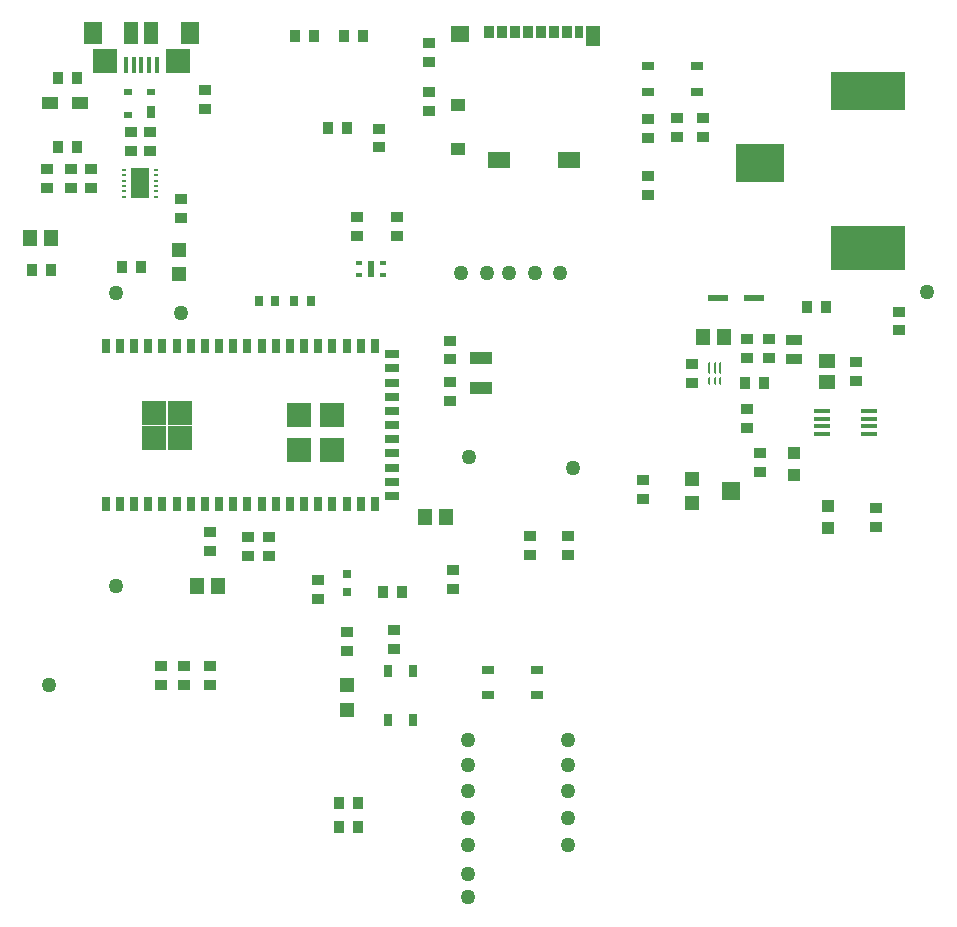
<source format=gtp>
G04*
G04 #@! TF.GenerationSoftware,Altium Limited,Altium Designer,21.1.1 (26)*
G04*
G04 Layer_Color=8421504*
%FSLAX25Y25*%
%MOIN*%
G70*
G04*
G04 #@! TF.SameCoordinates,BA33E46C-C8C0-473A-8748-ADA81A7699FD*
G04*
G04*
G04 #@! TF.FilePolarity,Positive*
G04*
G01*
G75*
%ADD22R,0.01968X0.05512*%
%ADD23R,0.02165X0.01378*%
%ADD24R,0.02165X0.01378*%
%ADD25R,0.04134X0.02559*%
%ADD26R,0.03937X0.03543*%
%ADD27R,0.15984X0.12992*%
%ADD28R,0.25000X0.15000*%
%ADD29R,0.25000X0.12992*%
%ADD30C,0.05000*%
%ADD31R,0.04528X0.05709*%
%ADD32R,0.07874X0.07874*%
%ADD33R,0.04724X0.02756*%
%ADD34R,0.02756X0.04724*%
%ADD35R,0.03543X0.03937*%
%ADD36R,0.06890X0.02362*%
%ADD37R,0.04724X0.04724*%
%ADD38R,0.05906X0.06299*%
%ADD39R,0.04724X0.04724*%
%ADD40R,0.04331X0.04331*%
%ADD41R,0.05709X0.04528*%
%ADD42R,0.05315X0.03740*%
%ADD43R,0.02756X0.03543*%
%ADD44R,0.02559X0.04134*%
%ADD45R,0.01575X0.05315*%
%ADD46R,0.08268X0.07874*%
%ADD47R,0.06299X0.07480*%
%ADD48R,0.04724X0.07480*%
%ADD49R,0.05315X0.01772*%
G04:AMPARAMS|DCode=50|XSize=23.62mil|YSize=9.84mil|CornerRadius=2.46mil|HoleSize=0mil|Usage=FLASHONLY|Rotation=90.000|XOffset=0mil|YOffset=0mil|HoleType=Round|Shape=RoundedRectangle|*
%AMROUNDEDRECTD50*
21,1,0.02362,0.00492,0,0,90.0*
21,1,0.01870,0.00984,0,0,90.0*
1,1,0.00492,0.00246,0.00935*
1,1,0.00492,0.00246,-0.00935*
1,1,0.00492,-0.00246,-0.00935*
1,1,0.00492,-0.00246,0.00935*
%
%ADD50ROUNDEDRECTD50*%
G04:AMPARAMS|DCode=51|XSize=39.37mil|YSize=7.87mil|CornerRadius=1.97mil|HoleSize=0mil|Usage=FLASHONLY|Rotation=90.000|XOffset=0mil|YOffset=0mil|HoleType=Round|Shape=RoundedRectangle|*
%AMROUNDEDRECTD51*
21,1,0.03937,0.00394,0,0,90.0*
21,1,0.03543,0.00787,0,0,90.0*
1,1,0.00394,0.00197,0.01772*
1,1,0.00394,0.00197,-0.01772*
1,1,0.00394,-0.00197,-0.01772*
1,1,0.00394,-0.00197,0.01772*
%
%ADD51ROUNDEDRECTD51*%
%ADD52R,0.06299X0.09843*%
%ADD53R,0.01575X0.00984*%
%ADD54R,0.05512X0.03937*%
%ADD55R,0.07480X0.04331*%
%ADD56R,0.03150X0.03150*%
%ADD57R,0.02756X0.02362*%
%ADD58R,0.02756X0.03937*%
%ADD59R,0.07480X0.05315*%
%ADD60R,0.04724X0.03937*%
%ADD61R,0.06102X0.05315*%
%ADD62R,0.03347X0.04331*%
%ADD63R,0.02953X0.04331*%
%ADD64R,0.04606X0.07087*%
D22*
X120472Y226772D02*
D03*
D23*
X116437Y228740D02*
D03*
D24*
Y224803D02*
D03*
X124508D02*
D03*
Y228740D02*
D03*
D25*
X175886Y93209D02*
D03*
X159547D02*
D03*
Y84744D02*
D03*
X175886D02*
D03*
X212697Y285925D02*
D03*
X229035D02*
D03*
Y294390D02*
D03*
X212697D02*
D03*
D26*
X186221Y137795D02*
D03*
Y131496D02*
D03*
X86614Y137402D02*
D03*
Y131102D02*
D03*
X211024Y156299D02*
D03*
Y150000D02*
D03*
X146850Y196653D02*
D03*
Y202953D02*
D03*
X296457Y212598D02*
D03*
Y206299D02*
D03*
X282283Y189370D02*
D03*
Y195669D02*
D03*
X147872Y120000D02*
D03*
Y126299D02*
D03*
X245866Y180020D02*
D03*
Y173721D02*
D03*
X50394Y94488D02*
D03*
Y88189D02*
D03*
X58268Y88189D02*
D03*
Y94488D02*
D03*
X66929Y94488D02*
D03*
Y88189D02*
D03*
X129134Y244094D02*
D03*
Y237795D02*
D03*
X123228Y273622D02*
D03*
Y267323D02*
D03*
X66929Y139150D02*
D03*
Y132850D02*
D03*
X79528Y137402D02*
D03*
Y131102D02*
D03*
X128093Y106299D02*
D03*
Y100000D02*
D03*
X112598Y99606D02*
D03*
Y105905D02*
D03*
X115748Y244094D02*
D03*
Y237795D02*
D03*
X146850Y188976D02*
D03*
Y182677D02*
D03*
X102857Y116746D02*
D03*
Y123045D02*
D03*
X173622Y137795D02*
D03*
Y131496D02*
D03*
X253000Y197244D02*
D03*
Y203543D02*
D03*
X245866D02*
D03*
Y197244D02*
D03*
X250197Y159055D02*
D03*
Y165354D02*
D03*
X212992Y276772D02*
D03*
Y270472D02*
D03*
X222441Y270866D02*
D03*
Y277165D02*
D03*
X231102Y277165D02*
D03*
Y270866D02*
D03*
X212992Y257874D02*
D03*
Y251575D02*
D03*
X288976Y147244D02*
D03*
Y140945D02*
D03*
X227559Y195260D02*
D03*
Y188961D02*
D03*
X139764Y301969D02*
D03*
Y295669D02*
D03*
X20472Y260236D02*
D03*
Y253937D02*
D03*
X57087Y250000D02*
D03*
Y243701D02*
D03*
X65136Y280228D02*
D03*
Y286528D02*
D03*
X12598Y253937D02*
D03*
Y260236D02*
D03*
X27165Y253937D02*
D03*
Y260236D02*
D03*
X139764Y279472D02*
D03*
Y285771D02*
D03*
X40400Y272328D02*
D03*
Y266028D02*
D03*
X46900D02*
D03*
Y272328D02*
D03*
D27*
X250197Y262047D02*
D03*
D28*
X286181Y233740D02*
D03*
D29*
Y286063D02*
D03*
D30*
X305906Y218981D02*
D03*
X186221Y34646D02*
D03*
Y43701D02*
D03*
Y52756D02*
D03*
X13000Y88189D02*
D03*
X186221Y69685D02*
D03*
X153150Y164218D02*
D03*
X187795Y160614D02*
D03*
X152756Y17323D02*
D03*
Y69685D02*
D03*
X183465Y225590D02*
D03*
X159055D02*
D03*
X152756Y25197D02*
D03*
Y34646D02*
D03*
Y43701D02*
D03*
X57087Y212205D02*
D03*
X175197Y225590D02*
D03*
X35433Y121000D02*
D03*
X152756Y52756D02*
D03*
Y61417D02*
D03*
X166535Y225590D02*
D03*
X150394D02*
D03*
X186221Y61417D02*
D03*
X35433Y218898D02*
D03*
D31*
X238189Y204283D02*
D03*
X231102D02*
D03*
X138457Y144000D02*
D03*
X145543D02*
D03*
X62457Y121000D02*
D03*
X69543D02*
D03*
X13780Y237008D02*
D03*
X6693D02*
D03*
D32*
X48108Y178916D02*
D03*
X56840D02*
D03*
X48108Y170325D02*
D03*
X56840D02*
D03*
X96360Y178105D02*
D03*
X107600D02*
D03*
X96360Y166593D02*
D03*
X107600D02*
D03*
D33*
X127502Y155890D02*
D03*
Y198409D02*
D03*
Y193685D02*
D03*
Y188961D02*
D03*
Y184236D02*
D03*
Y179512D02*
D03*
Y174787D02*
D03*
Y170063D02*
D03*
Y165339D02*
D03*
Y160614D02*
D03*
Y151165D02*
D03*
D34*
X32065Y201181D02*
D03*
X36789D02*
D03*
X41514D02*
D03*
X46238D02*
D03*
X50963D02*
D03*
X55687D02*
D03*
X60411D02*
D03*
X65136D02*
D03*
X69860D02*
D03*
X74585D02*
D03*
X79309D02*
D03*
X84034D02*
D03*
X88758D02*
D03*
X93482D02*
D03*
X98207D02*
D03*
X102931D02*
D03*
X107656D02*
D03*
X112380D02*
D03*
X117104D02*
D03*
X121829D02*
D03*
Y148425D02*
D03*
X117104D02*
D03*
X112380D02*
D03*
X107656D02*
D03*
X102931D02*
D03*
X98207D02*
D03*
X93482D02*
D03*
X88758D02*
D03*
X84034D02*
D03*
X79309D02*
D03*
X74585D02*
D03*
X69860D02*
D03*
X65136D02*
D03*
X60411D02*
D03*
X55687D02*
D03*
X50963D02*
D03*
X46238D02*
D03*
X41514D02*
D03*
X36789D02*
D03*
X32065D02*
D03*
D35*
X101575Y304331D02*
D03*
X95276D02*
D03*
X16142Y267323D02*
D03*
X22441D02*
D03*
X265850Y214231D02*
D03*
X272150D02*
D03*
X109843Y48819D02*
D03*
X116142D02*
D03*
X109843Y40945D02*
D03*
X116142D02*
D03*
X130709Y119291D02*
D03*
X124409D02*
D03*
X111417Y304309D02*
D03*
X117717D02*
D03*
X22441Y290551D02*
D03*
X16142D02*
D03*
X251378Y188961D02*
D03*
X245079D02*
D03*
X112598Y273699D02*
D03*
X106299D02*
D03*
X13780Y226378D02*
D03*
X7480D02*
D03*
X37659Y227559D02*
D03*
X43958D02*
D03*
D36*
X248228Y217000D02*
D03*
X236024D02*
D03*
D37*
X56500Y233268D02*
D03*
Y225000D02*
D03*
X112598Y79921D02*
D03*
Y88189D02*
D03*
D38*
X240354Y152756D02*
D03*
D39*
X227559Y148819D02*
D03*
Y156693D02*
D03*
D40*
X261417Y158268D02*
D03*
Y165354D02*
D03*
X272835Y140551D02*
D03*
Y147638D02*
D03*
D41*
X272441Y188976D02*
D03*
Y196063D02*
D03*
D42*
X261417Y203150D02*
D03*
Y196850D02*
D03*
D43*
X100394Y216142D02*
D03*
X94882D02*
D03*
X83071D02*
D03*
X88583D02*
D03*
D44*
X126083Y92815D02*
D03*
Y76476D02*
D03*
X134547D02*
D03*
Y92815D02*
D03*
D45*
X38840Y294847D02*
D03*
X41399D02*
D03*
X43958D02*
D03*
X46517D02*
D03*
X49076D02*
D03*
D46*
X31754Y296126D02*
D03*
X56163D02*
D03*
D47*
X27817Y305378D02*
D03*
X60100D02*
D03*
D48*
X40612D02*
D03*
X47305D02*
D03*
D49*
X270965Y179429D02*
D03*
Y176870D02*
D03*
Y174311D02*
D03*
Y171752D02*
D03*
X286516D02*
D03*
Y174311D02*
D03*
Y176870D02*
D03*
Y179429D02*
D03*
D50*
X233032Y189370D02*
D03*
X235000D02*
D03*
X236968D02*
D03*
D51*
Y193701D02*
D03*
X235000D02*
D03*
X233032D02*
D03*
D52*
X43485Y255349D02*
D03*
D53*
X48800Y259778D02*
D03*
Y258006D02*
D03*
Y256235D02*
D03*
Y254463D02*
D03*
Y252691D02*
D03*
Y250920D02*
D03*
X38170D02*
D03*
Y252691D02*
D03*
Y254463D02*
D03*
Y256235D02*
D03*
Y258006D02*
D03*
Y259778D02*
D03*
D54*
X13386Y282283D02*
D03*
X23622D02*
D03*
D55*
X157110Y187205D02*
D03*
Y197047D02*
D03*
D56*
X112598Y119095D02*
D03*
Y125000D02*
D03*
D57*
X39451Y278291D02*
D03*
X47325Y285771D02*
D03*
X39451D02*
D03*
D58*
X47325Y279078D02*
D03*
D59*
X186655Y263069D02*
D03*
X163152D02*
D03*
D60*
X149372Y281474D02*
D03*
Y266908D02*
D03*
D61*
X150061Y305195D02*
D03*
D62*
X159746Y305687D02*
D03*
X164077D02*
D03*
X168407D02*
D03*
X172738D02*
D03*
X177069D02*
D03*
X181400D02*
D03*
X185730D02*
D03*
D63*
X189864D02*
D03*
D64*
X194628Y304309D02*
D03*
M02*

</source>
